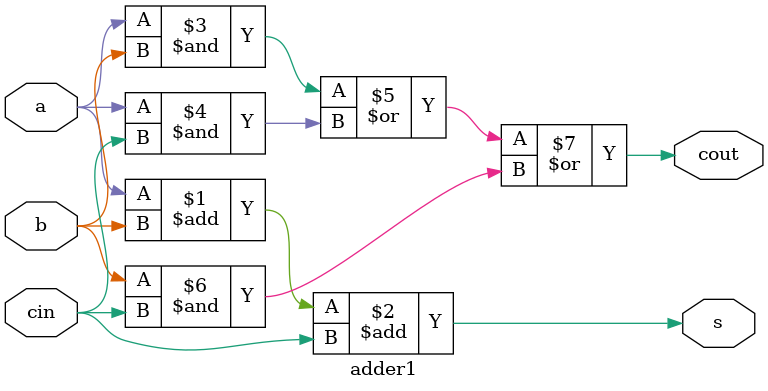
<source format=v>
module adder1 (a, b, cin, s, cout);
    input a;
    input b;
	input cin;
    output s;
	output cout;

    assign s = a + b + cin;
	assign cout = a&b | a&cin | b&cin;
endmodule

</source>
